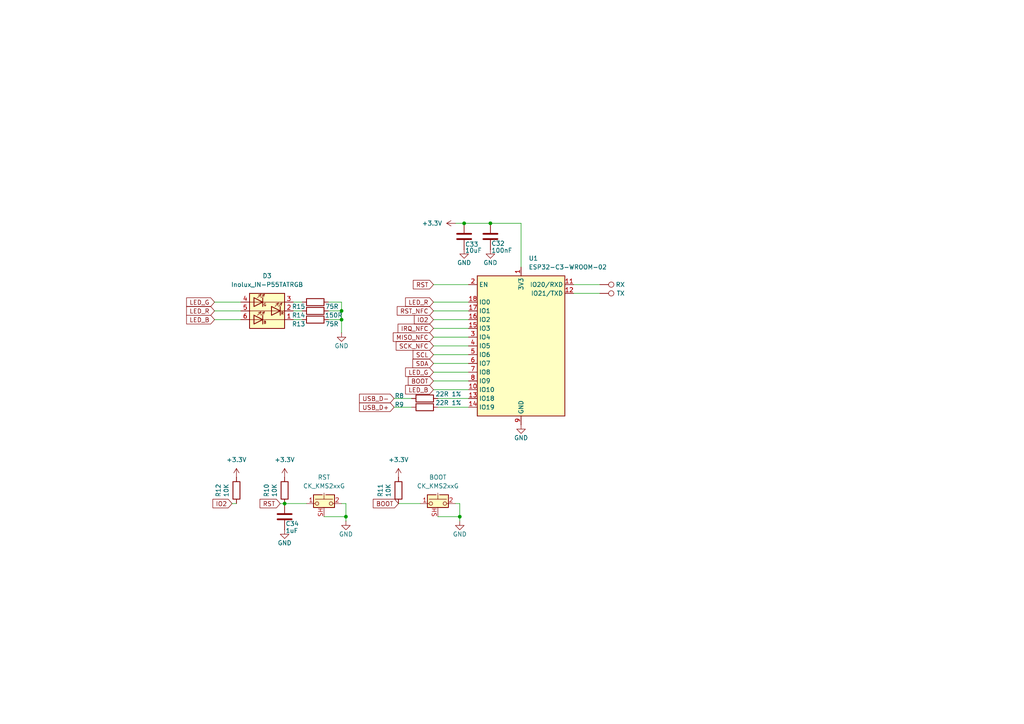
<source format=kicad_sch>
(kicad_sch (version 20231120) (generator "eeschema") (generator_version "8.0")
  (paper "A4")
  (lib_symbols
    (symbol "Connector:TestPoint" (pin_numbers hide) (pin_names (offset 0.762) hide)
      (property "Reference" "TP" (at 0 6.858 0))
      (property "Value" "TestPoint" (at 0 5.08 0))
      (symbol "TestPoint_0_1"
        (circle (center 0 3.302) (radius 0.762))
      )
      (symbol "TestPoint_1_1"
        (pin passive line (at 0 0 90) (length 2.54) (name "1") (number "1"))
      )
    )
    (symbol "Device:C" (pin_numbers hide) (pin_names (offset 0.254))
      (property "Reference" "C" (at 0.635 2.54 0))
      (property "Value" "C" (at 0.635 -2.54 0))
      (symbol "C_0_1"
        (polyline (pts (xy -2.032 -0.762) (xy 2.032 -0.762)) (stroke (width 0.508)))
        (polyline (pts (xy -2.032 0.762) (xy 2.032 0.762)) (stroke (width 0.508)))
      )
      (symbol "C_1_1"
        (pin passive line (at 0 3.81 270) (length 2.794) (name "~") (number "1"))
        (pin passive line (at 0 -3.81 90) (length 2.794) (name "~") (number "2"))
      )
    )
    (symbol "Device:R" (pin_numbers hide) (pin_names (offset 0))
      (property "Reference" "R" (at 2.032 0 90))
      (property "Value" "R" (at 0 0 90))
      (symbol "R_0_1"
        (rectangle (start -1.016 -2.54) (end 1.016 2.54) (stroke (width 0.254)))
      )
      (symbol "R_1_1"
        (pin passive line (at 0 3.81 270) (length 1.27) (name "~") (number "1"))
        (pin passive line (at 0 -3.81 90) (length 1.27) (name "~") (number "2"))
      )
    )
    (symbol "LED:Inolux_IN-P55TATRGB" (pin_names hide)
      (property "Reference" "D" (at -5.08 6.35 0))
      (property "Value" "Inolux_IN-P55TATRGB" (at -5.08 -6.35 0))
      (symbol "Inolux_IN-P55TATRGB_0_0"
        (text "B" (at -0.635 -3.3274 0) (effects (font (size 0.762 0.762))))
      )
      (symbol "Inolux_IN-P55TATRGB_0_1"
        (rectangle (start -5.08 5.08) (end 5.08 -5.08) (stroke (width 0.254)) (fill (type background)))
        (polyline (pts (xy -5.08 -2.54) (xy 5.08 -2.54)))
        (polyline (pts (xy -5.08 0) (xy 5.08 0)))
        (polyline (pts (xy -5.08 2.54) (xy 5.08 2.54)))
        (polyline (pts (xy -2.794 -1.27) (xy -1.778 -0.254)))
        (polyline (pts (xy -2.794 3.81) (xy -1.778 4.826)))
        (polyline (pts (xy -1.778 -1.27) (xy -0.762 -0.254)))
        (polyline (pts (xy -1.778 3.81) (xy -0.762 4.826)))
        (polyline (pts (xy -1.27 -1.27) (xy -1.27 -3.81)) (stroke (width 0.254)))
        (polyline (pts (xy -1.27 3.81) (xy -1.27 1.27)) (stroke (width 0.254)))
        (polyline (pts (xy 2.286 1.27) (xy 3.302 2.286)))
        (polyline (pts (xy 3.302 1.27) (xy 4.318 2.286)))
        (polyline (pts (xy 3.81 1.27) (xy 3.81 -1.27)) (stroke (width 0.254)))
        (polyline (pts (xy -2.54 4.572) (xy -1.778 4.826) (xy -2.032 4.064)))
        (polyline (pts (xy -2.032 -1.016) (xy -1.778 -0.254) (xy -2.54 -0.508)))
        (polyline (pts (xy -1.524 -0.508) (xy -0.762 -0.254) (xy -1.016 -1.016)))
        (polyline (pts (xy -1.524 4.572) (xy -0.762 4.826) (xy -1.016 4.064)))
        (polyline (pts (xy 3.048 1.524) (xy 3.302 2.286) (xy 2.54 2.032)))
        (polyline (pts (xy 3.556 2.032) (xy 4.318 2.286) (xy 4.064 1.524)))
        (polyline (pts (xy -3.81 -1.27) (xy -3.81 -3.81) (xy -1.27 -2.54) (xy -3.81 -1.27)) (stroke (width 0.254)))
        (polyline (pts (xy -3.81 3.81) (xy -3.81 1.27) (xy -1.27 2.54) (xy -3.81 3.81)) (stroke (width 0.254)))
        (polyline (pts (xy 1.27 1.27) (xy 1.27 -1.27) (xy 3.81 0) (xy 1.27 1.27)) (stroke (width 0.254)))
      )
      (symbol "Inolux_IN-P55TATRGB_1_0"
        (text "G" (at -0.635 1.8034 0) (effects (font (size 0.762 0.762))))
        (text "R" (at 4.4196 -0.7112 0) (effects (font (size 0.762 0.762))))
      )
      (symbol "Inolux_IN-P55TATRGB_1_1"
        (pin passive line (at 7.62 -2.54 180) (length 2.54) (name "KB") (number "1"))
        (pin passive line (at 7.62 0 180) (length 2.54) (name "KR") (number "2"))
        (pin passive line (at 7.62 2.54 180) (length 2.54) (name "KG") (number "3"))
        (pin passive line (at -7.62 2.54 0) (length 2.54) (name "AG") (number "4"))
        (pin passive line (at -7.62 0 0) (length 2.54) (name "AR") (number "5"))
        (pin passive line (at -7.62 -2.54 0) (length 2.54) (name "AB") (number "6"))
      )
    )
    (symbol "RF_Module:ESP32-C3-WROOM-02"
      (property "Reference" "U" (at -12.192 21.336 0))
      (property "Value" "ESP32-C3-WROOM-02" (at 12.192 21.336 0))
      (symbol "ESP32-C3-WROOM-02_1_1"
        (rectangle (start -12.7 20.32) (end 12.7 -20.32) (stroke (width 0.254)) (fill (type background)))
        (pin power_in line (at 0 22.86 270) (length 2.54) (name "3V3") (number "1"))
        (pin bidirectional line (at -15.24 -12.7 0) (length 2.54) (name "IO10") (number "10"))
        (pin bidirectional line (at 15.24 17.78 180) (length 2.54) (name "IO20/RXD") (number "11"))
        (pin bidirectional line (at 15.24 15.24 180) (length 2.54) (name "IO21/TXD") (number "12"))
        (pin bidirectional line (at -15.24 -15.24 0) (length 2.54) (name "IO18") (number "13"))
        (pin bidirectional line (at -15.24 -17.78 0) (length 2.54) (name "IO19") (number "14"))
        (pin bidirectional line (at -15.24 5.08 0) (length 2.54) (name "IO3") (number "15"))
        (pin bidirectional line (at -15.24 7.62 0) (length 2.54) (name "IO2") (number "16"))
        (pin bidirectional line (at -15.24 10.16 0) (length 2.54) (name "IO1") (number "17"))
        (pin bidirectional line (at -15.24 12.7 0) (length 2.54) (name "IO0") (number "18"))
        (pin passive line (at 0 -22.86 90) (length 2.54) hide (name "GND") (number "19"))
        (pin input line (at -15.24 17.78 0) (length 2.54) (name "EN") (number "2"))
        (pin bidirectional line (at -15.24 2.54 0) (length 2.54) (name "IO4") (number "3"))
        (pin bidirectional line (at -15.24 0 0) (length 2.54) (name "IO5") (number "4"))
        (pin bidirectional line (at -15.24 -2.54 0) (length 2.54) (name "IO6") (number "5"))
        (pin bidirectional line (at -15.24 -5.08 0) (length 2.54) (name "IO7") (number "6"))
        (pin bidirectional line (at -15.24 -7.62 0) (length 2.54) (name "IO8") (number "7"))
        (pin bidirectional line (at -15.24 -10.16 0) (length 2.54) (name "IO9") (number "8"))
        (pin power_in line (at 0 -22.86 90) (length 2.54) (name "GND") (number "9"))
      )
    )
    (symbol "Switch:CK_KMS2xxG" (pin_names (offset 1.016) hide)
      (property "Reference" "SW" (at 4.318 2.032 0))
      (property "Value" "CK_KMS2xxG" (at 0 4.572 0))
      (symbol "CK_KMS2xxG_0_1"
        (circle (center -2.032 0) (radius 0.508))
        (polyline (pts (xy 0 1.27) (xy 0 3.048)))
        (polyline (pts (xy 2.54 1.27) (xy -2.54 1.27)))
        (polyline (pts (xy 0.508 2.54) (xy 3.048 2.54) (xy 3.048 -1.143) (xy -3.048 -1.143) (xy -3.048 2.54) (xy -0.508 2.54)) (stroke (width -0.0254)))
        (polyline (pts (xy 0.508 2.54) (xy 3.048 2.54) (xy 3.048 -1.143) (xy -3.048 -1.143) (xy -3.048 2.54) (xy -0.508 2.54)) (stroke (width 0.254)))
        (circle (center 2.032 0) (radius 0.508))
        (pin passive line (at -5.08 0 0) (length 2.54) (name "1") (number "1"))
        (pin passive line (at 5.08 0 180) (length 2.54) (name "2") (number "2"))
      )
      (symbol "CK_KMS2xxG_1_1"
        (rectangle (start -3.048 2.54) (end 3.048 -1.27) (stroke (width -0.0254)) (fill (type background)))
        (pin passive line (at 0 -3.81 90) (length 2.54) (name "B") (number "SH"))
      )
    )
    (symbol "power:+3.3V" (power) (pin_numbers hide) (pin_names (offset 0) hide)
      (property "Value" "+3.3V" (at 0 3.556 0))
      (symbol "+3.3V_0_1"
        (polyline (pts (xy -0.762 1.27) (xy 0 2.54)))
        (polyline (pts (xy 0 0) (xy 0 2.54)))
        (polyline (pts (xy 0 2.54) (xy 0.762 1.27)))
      )
      (symbol "+3.3V_1_1"
        (pin power_in line (at 0 0 90) (length 0) (name "~") (number "1"))
      )
    )
    (symbol "power:GND" (power) (pin_numbers hide) (pin_names (offset 0) hide)
      (property "Value" "GND" (at 0 -3.81 0))
      (symbol "GND_0_1"
        (polyline (pts (xy 0 0) (xy 0 -1.27) (xy 1.27 -1.27) (xy 0 -2.54) (xy -1.27 -1.27) (xy 0 -1.27)))
      )
      (symbol "GND_1_1"
        (pin power_in line (at 0 0 270) (length 0) (name "~") (number "1"))
      )
    )
  )
  (junction (at 100.33 149.86))
  (junction (at 99.06 92.71))
  (junction (at 134.62 64.77))
  (junction (at 82.55 146.05))
  (junction (at 99.06 90.17))
  (junction (at 133.35 149.86))
  (junction (at 142.24 64.77))
  (wire (pts (xy 62.23 90.17) (xy 69.85 90.17)))
  (wire (pts (xy 85.09 92.71) (xy 87.63 92.71)))
  (wire (pts (xy 125.73 105.41) (xy 135.89 105.41)))
  (wire (pts (xy 125.73 95.25) (xy 135.89 95.25)))
  (wire (pts (xy 125.73 113.03) (xy 135.89 113.03)))
  (wire (pts (xy 99.06 90.17) (xy 99.06 92.71)))
  (wire (pts (xy 95.25 92.71) (xy 99.06 92.71)))
  (wire (pts (xy 95.25 87.63) (xy 99.06 87.63)))
  (wire (pts (xy 99.06 146.05) (xy 100.33 146.05)))
  (wire (pts (xy 127 149.86) (xy 133.35 149.86)))
  (wire (pts (xy 127 118.11) (xy 135.89 118.11)))
  (wire (pts (xy 93.98 149.86) (xy 100.33 149.86)))
  (wire (pts (xy 125.73 82.55) (xy 135.89 82.55)))
  (wire (pts (xy 85.09 90.17) (xy 87.63 90.17)))
  (wire (pts (xy 62.23 92.71) (xy 69.85 92.71)))
  (wire (pts (xy 134.62 64.77) (xy 142.24 64.77)))
  (wire (pts (xy 125.73 100.33) (xy 135.89 100.33)))
  (wire (pts (xy 125.73 87.63) (xy 135.89 87.63)))
  (wire (pts (xy 114.3 115.57) (xy 119.38 115.57)))
  (wire (pts (xy 133.35 149.86) (xy 133.35 151.13)))
  (wire (pts (xy 114.3 118.11) (xy 119.38 118.11)))
  (wire (pts (xy 125.73 102.87) (xy 135.89 102.87)))
  (wire (pts (xy 100.33 149.86) (xy 100.33 151.13)))
  (wire (pts (xy 132.08 64.77) (xy 134.62 64.77)))
  (wire (pts (xy 132.08 146.05) (xy 133.35 146.05)))
  (wire (pts (xy 62.23 87.63) (xy 69.85 87.63)))
  (wire (pts (xy 67.31 146.05) (xy 68.58 146.05)))
  (wire (pts (xy 133.35 146.05) (xy 133.35 149.86)))
  (wire (pts (xy 100.33 146.05) (xy 100.33 149.86)))
  (wire (pts (xy 127 115.57) (xy 135.89 115.57)))
  (wire (pts (xy 81.28 146.05) (xy 82.55 146.05)))
  (wire (pts (xy 85.09 87.63) (xy 87.63 87.63)))
  (wire (pts (xy 173.99 82.55) (xy 166.37 82.55)))
  (wire (pts (xy 173.99 85.09) (xy 166.37 85.09)))
  (wire (pts (xy 82.55 146.05) (xy 88.9 146.05)))
  (wire (pts (xy 99.06 87.63) (xy 99.06 90.17)))
  (wire (pts (xy 125.73 92.71) (xy 135.89 92.71)))
  (wire (pts (xy 99.06 90.17) (xy 95.25 90.17)))
  (wire (pts (xy 125.73 107.95) (xy 135.89 107.95)))
  (wire (pts (xy 125.73 110.49) (xy 135.89 110.49)))
  (wire (pts (xy 125.73 90.17) (xy 135.89 90.17)))
  (wire (pts (xy 151.13 64.77) (xy 142.24 64.77)))
  (wire (pts (xy 151.13 77.47) (xy 151.13 64.77)))
  (wire (pts (xy 99.06 92.71) (xy 99.06 96.52)))
  (wire (pts (xy 115.57 146.05) (xy 121.92 146.05)))
  (wire (pts (xy 125.73 97.79) (xy 135.89 97.79)))
  (global_label "IO2" (shape input) (at 125.73 92.71 180) (property "Intersheetrefs" "${INTERSHEET_REFS}" (effects (hide yes))))
  (global_label "LED_G" (shape input) (at 62.23 87.63 180) (property "Intersheetrefs" "${INTERSHEET_REFS}" (effects (hide yes))))
  (global_label "LED_R" (shape input) (at 62.23 90.17 180) (property "Intersheetrefs" "${INTERSHEET_REFS}" (effects (hide yes))))
  (global_label "MISO_NFC" (shape input) (at 125.73 97.79 180) (property "Intersheetrefs" "${INTERSHEET_REFS}" (effects (hide yes))))
  (global_label "SDA" (shape input) (at 125.73 105.41 180) (property "Intersheetrefs" "${INTERSHEET_REFS}" (effects (hide yes))))
  (global_label "SCL" (shape input) (at 125.73 102.87 180) (property "Intersheetrefs" "${INTERSHEET_REFS}" (effects (hide yes))))
  (global_label "IRQ_NFC" (shape input) (at 125.73 95.25 180) (property "Intersheetrefs" "${INTERSHEET_REFS}" (effects (hide yes))))
  (global_label "LED_G" (shape input) (at 125.73 107.95 180) (property "Intersheetrefs" "${INTERSHEET_REFS}" (effects (hide yes))))
  (global_label "BOOT" (shape input) (at 115.57 146.05 180) (property "Intersheetrefs" "${INTERSHEET_REFS}" (effects (hide yes))))
  (global_label "RST_NFC" (shape input) (at 125.73 90.17 180) (property "Intersheetrefs" "${INTERSHEET_REFS}" (effects (hide yes))))
  (global_label "IO2" (shape input) (at 67.31 146.05 180) (property "Intersheetrefs" "${INTERSHEET_REFS}" (effects (hide yes))))
  (global_label "RST" (shape input) (at 125.73 82.55 180) (property "Intersheetrefs" "${INTERSHEET_REFS}" (effects (hide yes))))
  (global_label "USB_D+" (shape input) (at 114.3 118.11 180) (property "Intersheetrefs" "${INTERSHEET_REFS}" (effects (hide yes))))
  (global_label "RST" (shape input) (at 81.28 146.05 180) (property "Intersheetrefs" "${INTERSHEET_REFS}" (effects (hide yes))))
  (global_label "LED_R" (shape input) (at 125.73 87.63 180) (property "Intersheetrefs" "${INTERSHEET_REFS}" (effects (hide yes))))
  (global_label "USB_D-" (shape input) (at 114.3 115.57 180) (property "Intersheetrefs" "${INTERSHEET_REFS}" (effects (hide yes))))
  (global_label "LED_B" (shape input) (at 62.23 92.71 180) (property "Intersheetrefs" "${INTERSHEET_REFS}" (effects (hide yes))))
  (global_label "LED_B" (shape input) (at 125.73 113.03 180) (property "Intersheetrefs" "${INTERSHEET_REFS}" (effects (hide yes))))
  (global_label "SCK_NFC" (shape input) (at 125.73 100.33 180) (property "Intersheetrefs" "${INTERSHEET_REFS}" (effects (hide yes))))
  (global_label "BOOT" (shape input) (at 125.73 110.49 180) (property "Intersheetrefs" "${INTERSHEET_REFS}" (effects (hide yes))))
  (symbol (lib_id "power:+3.3V") (at 115.57 138.43 0) (unit 1)
    (property "Reference" "#PWR047" (effects (hide yes)))
    (property "Value" "+3.3V" (at 115.57 133.35 0))
    (property "Description" "Power symbol creates a global label with name \"+3.3V\"" (effects (hide yes)))
  )
  (symbol (lib_id "power:+3.3V") (at 82.55 138.43 0) (unit 1)
    (property "Reference" "#PWR046" (effects (hide yes)))
    (property "Value" "+3.3V" (at 82.55 133.35 0))
    (property "Description" "Power symbol creates a global label with name \"+3.3V\"" (effects (hide yes)))
  )
  (symbol (lib_id "power:+3.3V") (at 132.08 64.77 90) (unit 1)
    (property "Reference" "#PWR041" (effects (hide yes)))
    (property "Value" "+3.3V" (at 128.27 64.7699 90) (effects (justify left)))
    (property "Description" "Power symbol creates a global label with name \"+3.3V\"" (effects (hide yes)))
  )
  (symbol (lib_id "Device:R") (at 82.55 142.24 0) (unit 1)
    (property "Reference" "R10" (at 77.2922 142.24 90))
    (property "Value" "10K" (at 79.6036 142.24 90))
    (property "Footprint" "RevK:R_0603" (effects (hide yes)))
    (property "Part No" "0603-10K" (effects (hide yes)))
  )
  (symbol (lib_id "Connector:TestPoint") (at 173.99 85.09 270) (unit 1)
    (property "Reference" "TX" (at 178.816 85.09 90) (effects (justify left)))
    (property "Value" "TestPoint" (effects (hide yes)))
    (property "Footprint" "TestPoint:TestPoint_THTPad_1.5x1.5mm_Drill0.7mm" (effects (hide yes)))
    (property "Description" "test point" (effects (hide yes)))
  )
  (symbol (lib_id "Device:C") (at 134.62 68.58 0) (unit 1)
    (property "Reference" "C33" (at 134.874 70.866 0) (effects (justify left)))
    (property "Value" "10uF" (at 134.874 72.644 0) (effects (justify left)))
    (property "Footprint" "Capacitor_SMD:C_0805_2012Metric" (effects (hide yes)))
    (property "Description" "Unpolarized capacitor" (effects (hide yes)))
  )
  (symbol (lib_id "power:GND") (at 82.55 153.67 0) (unit 1)
    (property "Reference" "#PWR044" (effects (hide yes)))
    (property "Value" "GND" (at 82.55 157.48 0))
    (property "Description" "Power symbol creates a global label with name \"GND\" , ground" (effects (hide yes)))
  )
  (symbol (lib_id "Device:C") (at 82.55 149.86 180) (unit 1)
    (property "Reference" "C34" (at 82.804 151.892 0) (effects (justify right)))
    (property "Value" "1uF" (at 82.804 153.924 0) (effects (justify right)))
    (property "Footprint" "Capacitor_SMD:C_0603_1608Metric" (effects (hide yes)))
    (property "Description" "Unpolarized capacitor" (effects (hide yes)))
  )
  (symbol (lib_id "Device:R") (at 115.57 142.24 0) (unit 1)
    (property "Reference" "R11" (at 110.3122 142.24 90))
    (property "Value" "10K" (at 112.6236 142.24 90))
    (property "Footprint" "RevK:R_0603" (effects (hide yes)))
    (property "Part No" "0603-10K" (effects (hide yes)))
  )
  (symbol (lib_id "Device:R") (at 123.19 115.57 90) (unit 1)
    (property "Reference" "R8" (at 115.824 114.808 90))
    (property "Value" "22R 1%" (at 130.048 114.3 90))
    (property "Footprint" "RevK:R_0603" (effects (hide yes)))
    (property "Datasheet" "https://www.mouser.co.uk/ProductDetail/603-RC0603FR-1022RL" (effects (hide yes)))
    (property "Note" "0603" (effects (hide yes)))
    (property "Part No" "RC0603FR-1022RL " (effects (hide yes)))
    (property "Manufacturer" "YAGEO" (effects (hide yes)))
  )
  (symbol (lib_id "Connector:TestPoint") (at 173.99 82.55 270) (unit 1)
    (property "Reference" "RX" (at 178.562 82.55 90) (effects (justify left)))
    (property "Value" "TestPoint" (effects (hide yes)))
    (property "Footprint" "TestPoint:TestPoint_THTPad_1.5x1.5mm_Drill0.7mm" (effects (hide yes)))
    (property "Description" "test point" (effects (hide yes)))
  )
  (symbol (lib_id "power:GND") (at 142.24 72.39 0) (unit 1)
    (property "Reference" "#PWR043" (effects (hide yes)))
    (property "Value" "GND" (at 142.24 76.2 0))
    (property "Description" "Power symbol creates a global label with name \"GND\" , ground" (effects (hide yes)))
  )
  (symbol (lib_id "Device:R") (at 91.44 87.63 90) (unit 1)
    (property "Reference" "R15" (at 86.614 88.9 90))
    (property "Value" "75R" (at 96.266 88.9 90))
    (property "Footprint" "RevK:R_0603" (effects (hide yes)))
    (property "Part No" "RC0603FR-0775RL" (effects (hide yes)))
  )
  (symbol (lib_id "power:GND") (at 151.13 123.19 0) (unit 1)
    (property "Reference" "#PWR051" (effects (hide yes)))
    (property "Value" "GND" (at 151.13 127 0))
    (property "Description" "Power symbol creates a global label with name \"GND\" , ground" (effects (hide yes)))
  )
  (symbol (lib_id "power:GND") (at 134.62 72.39 0) (unit 1)
    (property "Reference" "#PWR042" (effects (hide yes)))
    (property "Value" "GND" (at 134.62 76.2 0))
    (property "Description" "Power symbol creates a global label with name \"GND\" , ground" (effects (hide yes)))
  )
  (symbol (lib_id "power:GND") (at 99.06 96.52 0) (unit 1)
    (property "Reference" "#PWR050" (effects (hide yes)))
    (property "Value" "GND" (at 99.06 100.33 0))
    (property "Description" "Power symbol creates a global label with name \"GND\" , ground" (effects (hide yes)))
  )
  (symbol (lib_id "Device:R") (at 68.58 142.24 0) (unit 1)
    (property "Reference" "R12" (at 63.3222 142.24 90))
    (property "Value" "10K" (at 65.6336 142.24 90))
    (property "Footprint" "RevK:R_0603" (effects (hide yes)))
    (property "Part No" "0603-10K" (effects (hide yes)))
  )
  (symbol (lib_id "power:GND") (at 100.33 151.13 0) (unit 1)
    (property "Reference" "#PWR045" (effects (hide yes)))
    (property "Value" "GND" (at 100.33 154.94 0))
    (property "Description" "Power symbol creates a global label with name \"GND\" , ground" (effects (hide yes)))
  )
  (symbol (lib_id "Device:C") (at 142.24 68.58 180) (unit 1)
    (property "Reference" "C32" (at 142.494 70.612 0) (effects (justify right)))
    (property "Value" "100nF" (at 142.494 72.644 0) (effects (justify right)))
    (property "Footprint" "Capacitor_SMD:C_0603_1608Metric" (effects (hide yes)))
    (property "Description" "Unpolarized capacitor" (effects (hide yes)))
  )
  (symbol (lib_id "Switch:CK_KMS2xxG") (at 127 146.05 0) (unit 1)
    (property "Reference" "BOOT" (at 127 138.43 0))
    (property "Value" "CK_KMS2xxG" (at 127 140.97 0))
    (property "Footprint" "Button_Switch_SMD:SW_SPST_CK_KMS2xxGP" (effects (hide yes)))
    (property "Datasheet" "https://www.ckswitches.com/media/1482/kms.pdf" (effects (hide yes)))
    (property "Description" "Microminiature SMT Side Actuated, 4.2 x 2.8 x 1.42mm, without pegs, with shield pin" (effects (hide yes)))
  )
  (symbol (lib_id "power:GND") (at 133.35 151.13 0) (unit 1)
    (property "Reference" "#PWR049" (effects (hide yes)))
    (property "Value" "GND" (at 133.35 154.94 0))
    (property "Description" "Power symbol creates a global label with name \"GND\" , ground" (effects (hide yes)))
  )
  (symbol (lib_id "Switch:CK_KMS2xxG") (at 93.98 146.05 0) (unit 1)
    (property "Reference" "RST" (at 93.98 138.43 0))
    (property "Value" "CK_KMS2xxG" (at 93.98 140.97 0))
    (property "Footprint" "Button_Switch_SMD:SW_SPST_CK_KMS2xxGP" (effects (hide yes)))
    (property "Datasheet" "https://www.ckswitches.com/media/1482/kms.pdf" (effects (hide yes)))
    (property "Description" "Microminiature SMT Side Actuated, 4.2 x 2.8 x 1.42mm, without pegs, with shield pin" (effects (hide yes)))
  )
  (symbol (lib_id "Device:R") (at 123.19 118.11 90) (unit 1)
    (property "Reference" "R9" (at 115.824 117.348 90))
    (property "Value" "22R 1%" (at 130.048 116.84 90))
    (property "Footprint" "RevK:R_0603" (effects (hide yes)))
    (property "Datasheet" "https://www.mouser.co.uk/ProductDetail/603-RC0603FR-1022RL" (effects (hide yes)))
    (property "Note" "0603" (effects (hide yes)))
    (property "Part No" "RC0603FR-1022RL " (effects (hide yes)))
    (property "Manufacturer" "YAGEO" (effects (hide yes)))
  )
  (symbol (lib_id "LED:Inolux_IN-P55TATRGB") (at 77.47 90.17 0) (unit 1)
    (property "Reference" "D3" (at 77.47 80.01 0))
    (property "Value" "Inolux_IN-P55TATRGB" (at 77.47 82.55 0))
    (property "Footprint" "LED_SMD:LED_Inolux_IN-P55TATRGB_PLCC6_5.0x5.5mm_P1.8mm" (effects (hide yes)))
    (property "Datasheet" "https://www.inolux-corp.com/datasheet/SMDLED/RGB%20Top%20View/IN-P55TATRGB.pdf" (effects (hide yes)))
    (property "Description" "Inolux RGB LED, PLCC-6" (effects (hide yes)))
  )
  (symbol (lib_id "RF_Module:ESP32-C3-WROOM-02") (at 151.13 100.33 0) (unit 1)
    (property "Reference" "U1" (at 153.3241 74.93 0) (effects (justify left)))
    (property "Value" "ESP32-C3-WROOM-02" (at 153.3241 77.47 0) (effects (justify left)))
    (property "Footprint" "RF_Module:ESP32-C3-WROOM-02" (effects (hide yes)))
    (property "Datasheet" "https://www.espressif.com/sites/default/files/documentation/esp32-c3-wroom-02_datasheet_en.pdf" (effects (hide yes)))
    (property "Description" "802.11 b/g/n Wi­Fi and Bluetooth 5 module, ESP32­C3 SoC, RISC­V microprocessor, On-board antenna" (effects (hide yes)))
  )
  (symbol (lib_id "power:+3.3V") (at 68.58 138.43 0) (unit 1)
    (property "Reference" "#PWR048" (effects (hide yes)))
    (property "Value" "+3.3V" (at 68.58 133.35 0))
    (property "Description" "Power symbol creates a global label with name \"+3.3V\"" (effects (hide yes)))
  )
  (symbol (lib_id "Device:R") (at 91.44 92.71 90) (unit 1)
    (property "Reference" "R13" (at 86.614 93.98 90))
    (property "Value" "75R" (at 96.266 93.98 90))
    (property "Footprint" "RevK:R_0603" (effects (hide yes)))
    (property "Part No" "RC0603FR-0775RL" (effects (hide yes)))
  )
  (symbol (lib_id "Device:R") (at 91.44 90.17 90) (unit 1)
    (property "Reference" "R14" (at 86.614 91.44 90))
    (property "Value" "150R" (at 96.774 91.44 90))
    (property "Footprint" "RevK:R_0603" (effects (hide yes)))
    (property "Part No" "RC0603JR-07160RL" (effects (hide yes)))
  )
)
</source>
